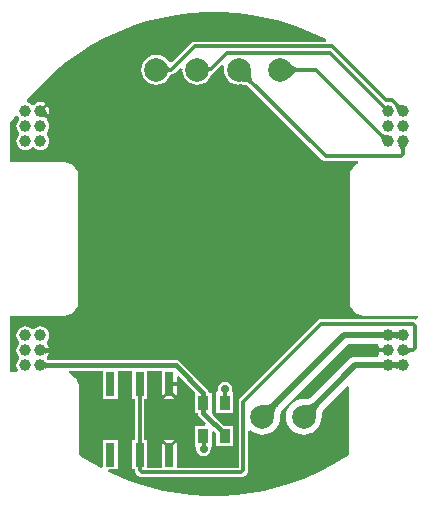
<source format=gtl>
G04*
G04 #@! TF.GenerationSoftware,Altium Limited,Altium Designer,20.1.8 (145)*
G04*
G04 Layer_Physical_Order=1*
G04 Layer_Color=255*
%FSLAX25Y25*%
%MOIN*%
G70*
G04*
G04 #@! TF.SameCoordinates,8766D331-E9FB-46AF-A3FE-A3E5BE2B0BC4*
G04*
G04*
G04 #@! TF.FilePolarity,Positive*
G04*
G01*
G75*
%ADD10C,0.01181*%
%ADD13C,0.01575*%
%ADD18R,0.02992X0.07874*%
%ADD19R,0.03543X0.04724*%
%ADD20C,0.01968*%
%ADD21C,0.03937*%
%ADD22C,0.07874*%
%ADD23C,0.02756*%
G36*
X422699Y464431D02*
X427723Y463799D01*
X432698Y462854D01*
X437604Y461599D01*
X442422Y460038D01*
X447132Y458179D01*
X451717Y456028D01*
X452530Y455581D01*
X452335Y454819D01*
X408689D01*
X408068Y454695D01*
X407542Y454344D01*
X401071Y447872D01*
X400230Y447971D01*
X400126Y448041D01*
X399383Y449009D01*
X398352Y449801D01*
X397151Y450298D01*
X395862Y450468D01*
X394573Y450298D01*
X393372Y449801D01*
X392341Y449009D01*
X391550Y447978D01*
X391052Y446777D01*
X390883Y445488D01*
X391052Y444199D01*
X391550Y442998D01*
X392341Y441967D01*
X393372Y441176D01*
X394573Y440678D01*
X395862Y440509D01*
X397151Y440678D01*
X398352Y441176D01*
X399383Y441967D01*
X400175Y442998D01*
X400437Y443632D01*
X400480Y443692D01*
X400518Y443777D01*
X400525Y443788D01*
X400528Y443792D01*
X400534Y443796D01*
X400549Y443806D01*
X400582Y443822D01*
X400640Y443841D01*
X400725Y443859D01*
X400789Y443866D01*
X400980D01*
X401601Y443990D01*
X402127Y444342D01*
X403958Y446173D01*
X404704Y445805D01*
X404662Y445488D01*
X404832Y444199D01*
X405329Y442998D01*
X406121Y441967D01*
X407152Y441176D01*
X408353Y440678D01*
X409642Y440509D01*
X410931Y440678D01*
X412132Y441176D01*
X413163Y441967D01*
X413954Y442998D01*
X414416Y444112D01*
X414790Y444187D01*
X415316Y444538D01*
X417739Y446961D01*
X418545Y446774D01*
X418603Y446711D01*
X418442Y445488D01*
X418611Y444199D01*
X419109Y442998D01*
X419900Y441967D01*
X420931Y441176D01*
X422132Y440678D01*
X423421Y440509D01*
X423591Y440531D01*
X424011Y440528D01*
X424992Y440467D01*
X425386Y440415D01*
X425740Y440346D01*
X426040Y440266D01*
X426286Y440178D01*
X426476Y440088D01*
X426612Y440002D01*
X426623Y439993D01*
X451212Y415405D01*
X451738Y415053D01*
X452358Y414929D01*
X463108D01*
X463265Y414142D01*
X463104Y414076D01*
X463021Y414020D01*
X462928Y413981D01*
X462286Y413553D01*
X462215Y413482D01*
X462132Y413426D01*
X461586Y412880D01*
X461530Y412796D01*
X461459Y412725D01*
X461030Y412084D01*
X460992Y411991D01*
X460936Y411907D01*
X460641Y411194D01*
X460621Y411096D01*
X460583Y411003D01*
X460432Y410246D01*
Y410171D01*
X460414Y410097D01*
X460395Y409711D01*
X460399Y409686D01*
X460394Y409661D01*
Y368323D01*
X460399Y368298D01*
X460395Y368273D01*
X460414Y367887D01*
X460432Y367814D01*
Y367738D01*
X460583Y366981D01*
X460621Y366888D01*
X460641Y366790D01*
X460936Y366077D01*
X460992Y365993D01*
X461030Y365900D01*
X461459Y365259D01*
X461530Y365188D01*
X461586Y365104D01*
X462132Y364559D01*
X462215Y364503D01*
X462286Y364432D01*
X462928Y364003D01*
X463021Y363965D01*
X463104Y363909D01*
X463817Y363613D01*
X463916Y363594D01*
X464009Y363555D01*
X464766Y363405D01*
X464841D01*
X464915Y363387D01*
X465300Y363368D01*
X465325Y363371D01*
X465350Y363366D01*
X483032D01*
Y362559D01*
X482244Y362185D01*
X482011Y362341D01*
X481391Y362464D01*
X450980D01*
X450360Y362341D01*
X449834Y361989D01*
X423849Y336005D01*
X423498Y335479D01*
X423374Y334858D01*
Y312858D01*
X402689D01*
Y321372D01*
X400547Y319229D01*
X400193Y319583D01*
X399839Y319229D01*
X397697Y321372D01*
Y312858D01*
X392846D01*
Y322079D01*
X391972D01*
Y335827D01*
X392846D01*
Y345058D01*
X397697D01*
Y336534D01*
X399839Y338676D01*
X400193Y338323D01*
X400547Y338676D01*
X402689Y336534D01*
Y343143D01*
X403416Y343444D01*
X408431Y338429D01*
X408839Y337827D01*
X408839D01*
X408839Y337827D01*
Y331102D01*
X409791D01*
X409927Y330421D01*
X410322Y329830D01*
X412620Y327531D01*
X412319Y326803D01*
X408839D01*
Y320079D01*
X408839D01*
X409326Y319291D01*
X409285Y319088D01*
X409470Y318160D01*
X409995Y317373D01*
X410782Y316848D01*
X411710Y316663D01*
X412638Y316848D01*
X413424Y317373D01*
X413950Y318160D01*
X414134Y319088D01*
X414094Y319291D01*
X414382Y320079D01*
X414382D01*
Y324740D01*
X415109Y325042D01*
X415925Y324226D01*
Y320079D01*
X421468D01*
Y326803D01*
X418503D01*
X414799Y330506D01*
X414382Y331102D01*
X414382D01*
X414382Y331102D01*
Y337827D01*
X413433D01*
Y337827D01*
X413294Y338525D01*
X412899Y339116D01*
X412899Y339116D01*
X403846Y348169D01*
X403254Y348565D01*
X402557Y348703D01*
X402557Y348703D01*
X360015D01*
X360011Y348704D01*
X359905Y348721D01*
X359810Y348744D01*
X359726Y348772D01*
X359652Y348803D01*
X359586Y348838D01*
X359525Y348877D01*
X359457Y349010D01*
X359396Y349545D01*
Y349764D01*
X359871Y350384D01*
X360171Y351106D01*
X360194Y351284D01*
X360162Y351282D01*
X359989Y351259D01*
X359818Y351219D01*
X359650Y351164D01*
X359483Y351093D01*
X359319Y351007D01*
X359157Y350904D01*
X358997Y350786D01*
X358840Y350653D01*
X358684Y350503D01*
Y353259D01*
X358840Y353109D01*
X358997Y352975D01*
X359157Y352857D01*
X359319Y352755D01*
X359483Y352668D01*
X359650Y352597D01*
X359818Y352542D01*
X359989Y352503D01*
X360162Y352479D01*
X360194Y352478D01*
X360171Y352656D01*
X359871Y353378D01*
X359396Y353998D01*
Y354764D01*
X359871Y355384D01*
X360171Y356106D01*
X360273Y356881D01*
X360171Y357656D01*
X359871Y358378D01*
X359396Y358998D01*
X358775Y359474D01*
X358053Y359773D01*
X357278Y359875D01*
X356503Y359773D01*
X355781Y359474D01*
X355161Y358998D01*
X354396D01*
X353775Y359474D01*
X353053Y359773D01*
X352278Y359875D01*
X351503Y359773D01*
X350781Y359474D01*
X350161Y358998D01*
X349685Y358378D01*
X349386Y357656D01*
X349284Y356881D01*
X349386Y356106D01*
X349685Y355384D01*
X350161Y354764D01*
Y353998D01*
X349685Y353378D01*
X349386Y352656D01*
X349284Y351881D01*
X349386Y351106D01*
X349685Y350384D01*
X350161Y349764D01*
Y348998D01*
X349685Y348378D01*
X349386Y347656D01*
X349284Y346881D01*
X349386Y346106D01*
X349685Y345384D01*
X349705Y345358D01*
X349317Y344570D01*
X347230D01*
Y363366D01*
X364957D01*
X364982Y363371D01*
X365007Y363368D01*
X365393Y363387D01*
X365466Y363405D01*
X365542D01*
X366298Y363555D01*
X366391Y363594D01*
X366490Y363613D01*
X367203Y363909D01*
X367286Y363965D01*
X367379Y364003D01*
X368021Y364432D01*
X368092Y364503D01*
X368175Y364559D01*
X368721Y365104D01*
X368777Y365188D01*
X368848Y365259D01*
X369276Y365900D01*
X369315Y365993D01*
X369371Y366077D01*
X369666Y366790D01*
X369686Y366888D01*
X369724Y366981D01*
X369875Y367738D01*
Y367814D01*
X369893Y367887D01*
X369912Y368273D01*
X369908Y368298D01*
X369913Y368323D01*
Y409661D01*
X369908Y409686D01*
X369912Y409712D01*
X369893Y410097D01*
X369875Y410171D01*
Y410246D01*
X369724Y411003D01*
X369686Y411096D01*
X369666Y411194D01*
X369371Y411907D01*
X369315Y411991D01*
X369276Y412084D01*
X368848Y412725D01*
X368777Y412796D01*
X368721Y412880D01*
X368175Y413426D01*
X368092Y413482D01*
X368021Y413553D01*
X367379Y413981D01*
X367286Y414020D01*
X367203Y414076D01*
X366490Y414371D01*
X366391Y414390D01*
X366298Y414429D01*
X365542Y414579D01*
X365466D01*
X365393Y414598D01*
X365007Y414617D01*
X364982Y414613D01*
X364957Y414618D01*
X347230D01*
Y427601D01*
X348431Y429487D01*
X348934Y430180D01*
X349802Y430034D01*
X350161Y429567D01*
Y428801D01*
X349685Y428181D01*
X349386Y427459D01*
X349284Y426684D01*
X349386Y425909D01*
X349685Y425187D01*
X350161Y424567D01*
Y423801D01*
X349685Y423181D01*
X349386Y422459D01*
X349284Y421684D01*
X349386Y420909D01*
X349685Y420187D01*
X350161Y419567D01*
X350781Y419091D01*
X351503Y418792D01*
X352278Y418690D01*
X353053Y418792D01*
X353775Y419091D01*
X354396Y419567D01*
X355161D01*
X355781Y419091D01*
X356503Y418792D01*
X357278Y418690D01*
X358053Y418792D01*
X358775Y419091D01*
X359396Y419567D01*
X359871Y420187D01*
X360171Y420909D01*
X360273Y421684D01*
X360171Y422459D01*
X359871Y423181D01*
X359396Y423801D01*
Y424567D01*
X359871Y425187D01*
X360171Y425909D01*
X360273Y426684D01*
X360171Y427459D01*
X359871Y428181D01*
X359396Y428801D01*
Y429421D01*
X359282Y429265D01*
X359149Y429386D01*
X359008Y429490D01*
X358859Y429579D01*
X358702Y429651D01*
X358537Y429707D01*
X358365Y429746D01*
X358184Y429769D01*
X357995Y429776D01*
X357799Y429767D01*
X357594Y429741D01*
X359227Y431961D01*
X359264Y431740D01*
X359363Y431330D01*
X359426Y431141D01*
X359497Y430963D01*
X359577Y430796D01*
X359665Y430639D01*
X359763Y430493D01*
X359869Y430358D01*
X359919Y430303D01*
X360171Y430909D01*
X360273Y431684D01*
X360171Y432459D01*
X359871Y433181D01*
X359702Y433401D01*
X357632Y431330D01*
X356925Y432038D01*
X358995Y434108D01*
X358775Y434277D01*
X358053Y434576D01*
X357278Y434678D01*
X356503Y434576D01*
X355781Y434277D01*
X355161Y433801D01*
X354396D01*
X353775Y434277D01*
X353204Y434514D01*
X352836Y435304D01*
X354641Y437482D01*
X358109Y441172D01*
X361802Y444637D01*
X365705Y447863D01*
X369803Y450839D01*
X374079Y453551D01*
X378517Y455990D01*
X383100Y458146D01*
X387808Y460010D01*
X392624Y461576D01*
X397529Y462836D01*
X402503Y463786D01*
X407527Y464423D01*
X412580Y464743D01*
X417645Y464746D01*
X422699Y464431D01*
D02*
G37*
G36*
X413488Y446357D02*
X413513Y446340D01*
X413549Y446325D01*
X413599Y446312D01*
X413662Y446301D01*
X413738Y446292D01*
X413928Y446280D01*
X414169Y446276D01*
Y445094D01*
X414053Y445093D01*
X413709Y445068D01*
X413653Y445056D01*
X413609Y445042D01*
X413576Y445026D01*
X413555Y445008D01*
X413547Y444988D01*
X413477Y446376D01*
X413488Y446357D01*
D02*
G37*
G36*
X399618Y446716D02*
X399701Y446583D01*
X399802Y446465D01*
X399920Y446362D01*
X400055Y446276D01*
X400206Y446205D01*
X400375Y446150D01*
X400560Y446110D01*
X400762Y446087D01*
X400980Y446079D01*
Y444898D01*
X400762Y444890D01*
X400560Y444866D01*
X400375Y444827D01*
X400206Y444772D01*
X400055Y444701D01*
X399920Y444614D01*
X399802Y444512D01*
X399701Y444394D01*
X399618Y444260D01*
X399550Y444110D01*
Y446866D01*
X399618Y446716D01*
D02*
G37*
G36*
X440429Y447833D02*
X441214Y447140D01*
X441582Y446858D01*
X441934Y446620D01*
X442271Y446425D01*
X442591Y446274D01*
X442895Y446165D01*
X443183Y446100D01*
X443456Y446079D01*
Y444898D01*
X443183Y444876D01*
X442895Y444811D01*
X442591Y444703D01*
X442271Y444551D01*
X441934Y444356D01*
X441582Y444118D01*
X441214Y443837D01*
X440429Y443144D01*
X440012Y442732D01*
Y448244D01*
X440429Y447833D01*
D02*
G37*
G36*
X427362Y444863D02*
X427427Y443819D01*
X427488Y443359D01*
X427569Y442941D01*
X427669Y442566D01*
X427788Y442232D01*
X427927Y441940D01*
X428084Y441691D01*
X428262Y441483D01*
X427426Y440648D01*
X427219Y440825D01*
X426969Y440983D01*
X426677Y441121D01*
X426344Y441241D01*
X425968Y441341D01*
X425551Y441421D01*
X425091Y441483D01*
X424046Y441548D01*
X423461Y441551D01*
X427358Y445449D01*
X427362Y444863D01*
D02*
G37*
G36*
X476432Y434158D02*
X476571Y434052D01*
X476719Y433959D01*
X476877Y433878D01*
X477045Y433809D01*
X477223Y433753D01*
X477410Y433709D01*
X477607Y433678D01*
X477814Y433659D01*
X478030Y433652D01*
X476058Y431727D01*
X476057Y431942D01*
X476042Y432148D01*
X476014Y432344D01*
X475974Y432530D01*
X475920Y432708D01*
X475854Y432875D01*
X475774Y433033D01*
X475681Y433182D01*
X475576Y433321D01*
X475457Y433451D01*
X476303Y434276D01*
X476432Y434158D01*
D02*
G37*
G36*
X471389Y424134D02*
X471528Y424029D01*
X471677Y423936D01*
X471835Y423857D01*
X472003Y423790D01*
X472180Y423737D01*
X472367Y423696D01*
X472563Y423668D01*
X472768Y423654D01*
X472983Y423652D01*
X471058Y421680D01*
X471051Y421897D01*
X471032Y422103D01*
X471001Y422300D01*
X470957Y422487D01*
X470901Y422665D01*
X470832Y422833D01*
X470751Y422991D01*
X470658Y423139D01*
X470553Y423278D01*
X470435Y423407D01*
X471259Y424253D01*
X471389Y424134D01*
D02*
G37*
G36*
X479255Y420123D02*
X479121Y419965D01*
X479003Y419805D01*
X478900Y419643D01*
X478814Y419479D01*
X478743Y419313D01*
X478688Y419144D01*
X478648Y418973D01*
X478625Y418800D01*
X478617Y418625D01*
X477436D01*
X477428Y418800D01*
X477404Y418973D01*
X477365Y419144D01*
X477310Y419313D01*
X477239Y419479D01*
X477152Y419643D01*
X477050Y419805D01*
X476932Y419965D01*
X476798Y420123D01*
X476648Y420278D01*
X479404D01*
X479255Y420123D01*
D02*
G37*
G36*
X476621Y355503D02*
X476536Y355578D01*
X476438Y355645D01*
X476325Y355704D01*
X476199Y355755D01*
X476058Y355798D01*
X475903Y355834D01*
X475733Y355861D01*
X475550Y355881D01*
X475140Y355897D01*
Y357865D01*
X475352Y357869D01*
X475733Y357901D01*
X475903Y357928D01*
X476058Y357963D01*
X476199Y358007D01*
X476325Y358058D01*
X476438Y358117D01*
X476536Y358184D01*
X476621Y358259D01*
Y355503D01*
D02*
G37*
G36*
X479588Y353109D02*
X479745Y352975D01*
X479905Y352857D01*
X480067Y352755D01*
X480231Y352668D01*
X480398Y352597D01*
X480566Y352542D01*
X480737Y352503D01*
X480910Y352479D01*
X481085Y352471D01*
Y351290D01*
X480910Y351282D01*
X480737Y351259D01*
X480566Y351219D01*
X480398Y351164D01*
X480231Y351093D01*
X480067Y351007D01*
X479905Y350904D01*
X479745Y350786D01*
X479588Y350653D01*
X479432Y350503D01*
Y353259D01*
X479588Y353109D01*
D02*
G37*
G36*
X469999Y353765D02*
X470325Y353115D01*
X470134Y352656D01*
X470032Y351881D01*
X470134Y351106D01*
X470325Y350646D01*
X469999Y349997D01*
X469843Y349859D01*
X462216D01*
X462216Y349859D01*
X461445Y349758D01*
X460726Y349460D01*
X460110Y348987D01*
X460110Y348987D01*
X447440Y336317D01*
X447404Y336296D01*
X447241Y336149D01*
X447140Y336076D01*
X447014Y336003D01*
X446857Y335932D01*
X446666Y335864D01*
X446437Y335803D01*
X446198Y335757D01*
X445488Y335689D01*
X445086Y335684D01*
X445012Y335668D01*
X443917Y335560D01*
X442804Y335223D01*
X441778Y334674D01*
X440879Y333936D01*
X440141Y333037D01*
X439592Y332011D01*
X439255Y330898D01*
X439141Y329740D01*
X439255Y328583D01*
X439592Y327469D01*
X440141Y326443D01*
X440879Y325544D01*
X441778Y324806D01*
X442804Y324258D01*
X443917Y323920D01*
X445075Y323806D01*
X446233Y323920D01*
X447346Y324258D01*
X448372Y324806D01*
X449271Y325544D01*
X450009Y326443D01*
X450557Y327469D01*
X450895Y328583D01*
X451003Y329677D01*
X451018Y329751D01*
X451024Y330182D01*
X451048Y330527D01*
X451086Y330834D01*
X451137Y331102D01*
X451198Y331331D01*
X451267Y331523D01*
X451338Y331679D01*
X451411Y331805D01*
X451484Y331906D01*
X451631Y332070D01*
X451651Y332105D01*
X459422Y339875D01*
X460031Y339685D01*
X460197Y339537D01*
Y317129D01*
X458623Y316068D01*
X454470Y313585D01*
X450178Y311357D01*
X445760Y309390D01*
X441232Y307691D01*
X436611Y306266D01*
X431913Y305120D01*
X427154Y304258D01*
X422353Y303683D01*
X417526Y303396D01*
X412690Y303399D01*
X407863Y303691D01*
X403062Y304272D01*
X398305Y305140D01*
X393608Y306290D01*
X388988Y307720D01*
X384462Y309424D01*
X380047Y311397D01*
X379964Y311440D01*
X380151Y312205D01*
X383004D01*
Y322079D01*
X378012D01*
Y313215D01*
X377339Y312806D01*
X375757Y313630D01*
X371609Y316115D01*
X370058Y317177D01*
X370065Y339614D01*
X370060Y339639D01*
X370064Y339664D01*
X370045Y340050D01*
X370026Y340123D01*
Y340199D01*
X369876Y340956D01*
X369837Y341048D01*
X369818Y341147D01*
X369523Y341860D01*
X369467Y341943D01*
X369428Y342036D01*
X369000Y342678D01*
X368929Y342749D01*
X368873Y342832D01*
X368327Y343378D01*
X368244Y343434D01*
X368173Y343505D01*
X367531Y343934D01*
X367438Y343972D01*
X367354Y344028D01*
X366705Y344297D01*
X366853Y345051D01*
X366856Y345058D01*
X378012D01*
Y335827D01*
X383004D01*
Y345058D01*
X387854D01*
Y335827D01*
X388729D01*
Y322079D01*
X387854D01*
Y312205D01*
X388729D01*
Y311928D01*
X388852Y311308D01*
X389204Y310781D01*
X389896Y310089D01*
X390422Y309738D01*
X391042Y309614D01*
X424304D01*
X424925Y309738D01*
X425451Y310089D01*
X426143Y310781D01*
X426494Y311308D01*
X426618Y311928D01*
Y324921D01*
X427405Y325293D01*
X427998Y324806D01*
X429024Y324258D01*
X430138Y323920D01*
X431295Y323806D01*
X432453Y323920D01*
X433566Y324258D01*
X434592Y324806D01*
X435491Y325544D01*
X436229Y326443D01*
X436778Y327469D01*
X437115Y328583D01*
X437223Y329677D01*
X437239Y329751D01*
X437245Y330182D01*
X437268Y330527D01*
X437306Y330834D01*
X437358Y331102D01*
X437419Y331331D01*
X437487Y331523D01*
X437559Y331679D01*
X437631Y331805D01*
X437704Y331906D01*
X437851Y332070D01*
X437872Y332105D01*
X459670Y353903D01*
X469843D01*
X469999Y353765D01*
D02*
G37*
G36*
X476621Y345503D02*
X476536Y345578D01*
X476438Y345645D01*
X476325Y345704D01*
X476199Y345755D01*
X476058Y345798D01*
X475903Y345834D01*
X475733Y345861D01*
X475550Y345881D01*
X475140Y345897D01*
Y347865D01*
X475352Y347869D01*
X475733Y347901D01*
X475903Y347928D01*
X476058Y347964D01*
X476199Y348007D01*
X476325Y348058D01*
X476438Y348117D01*
X476536Y348184D01*
X476621Y348259D01*
Y345503D01*
D02*
G37*
G36*
X358804Y348147D02*
X358933Y348046D01*
X359069Y347958D01*
X359215Y347881D01*
X359368Y347816D01*
X359531Y347763D01*
X359701Y347721D01*
X359880Y347692D01*
X360068Y347674D01*
X360264Y347668D01*
Y346093D01*
X360068Y346088D01*
X359880Y346070D01*
X359701Y346040D01*
X359531Y345999D01*
X359368Y345946D01*
X359215Y345881D01*
X359069Y345804D01*
X358933Y345715D01*
X358804Y345615D01*
X358684Y345503D01*
Y348259D01*
X358804Y348147D01*
D02*
G37*
G36*
X450137Y333410D02*
X449918Y333167D01*
X449724Y332897D01*
X449552Y332600D01*
X449405Y332277D01*
X449281Y331927D01*
X449180Y331551D01*
X449102Y331148D01*
X449049Y330719D01*
X449018Y330262D01*
X449012Y329780D01*
X445114Y333677D01*
X445597Y333684D01*
X446483Y333768D01*
X446886Y333845D01*
X447262Y333946D01*
X447612Y334070D01*
X447935Y334218D01*
X448232Y334389D01*
X448501Y334584D01*
X448745Y334802D01*
X450137Y333410D01*
D02*
G37*
G36*
X436357D02*
X436139Y333167D01*
X435944Y332897D01*
X435773Y332600D01*
X435625Y332277D01*
X435501Y331927D01*
X435400Y331551D01*
X435323Y331148D01*
X435269Y330719D01*
X435239Y330262D01*
X435232Y329780D01*
X431335Y333677D01*
X431817Y333684D01*
X432703Y333768D01*
X433106Y333845D01*
X433483Y333946D01*
X433832Y334070D01*
X434156Y334218D01*
X434452Y334389D01*
X434722Y334584D01*
X434965Y334802D01*
X436357Y333410D01*
D02*
G37*
G36*
X412303Y320692D02*
X412322Y320464D01*
X412338Y320362D01*
X412359Y320269D01*
X412385Y320184D01*
X412416Y320109D01*
X412452Y320041D01*
X412492Y319982D01*
X412537Y319931D01*
X410883D01*
X410928Y319982D01*
X410968Y320041D01*
X411003Y320109D01*
X411034Y320184D01*
X411060Y320269D01*
X411082Y320362D01*
X411098Y320464D01*
X411110Y320574D01*
X411119Y320819D01*
X412300D01*
X412303Y320692D01*
D02*
G37*
%LPC*%
G36*
X418893Y341439D02*
X417965Y341254D01*
X417179Y340728D01*
X416653Y339942D01*
X416469Y339014D01*
X416548Y338614D01*
X415952Y337827D01*
X415925D01*
Y331102D01*
X421468D01*
Y337827D01*
X421468D01*
X421238Y338614D01*
X421318Y339014D01*
X421133Y339942D01*
X420608Y340728D01*
X419821Y341254D01*
X418893Y341439D01*
D02*
G37*
G36*
X400193Y337616D02*
X398404Y335827D01*
X401982D01*
X400193Y337616D01*
D02*
G37*
G36*
X401982Y322079D02*
X398404D01*
X400193Y320290D01*
X401982Y322079D01*
D02*
G37*
%LPD*%
G36*
X419675Y338120D02*
X419635Y338061D01*
X419599Y337993D01*
X419569Y337917D01*
X419543Y337833D01*
X419522Y337740D01*
X419505Y337638D01*
X419493Y337528D01*
X419484Y337282D01*
X418303D01*
X418300Y337409D01*
X418281Y337638D01*
X418265Y337740D01*
X418244Y337833D01*
X418218Y337917D01*
X418187Y337993D01*
X418152Y338061D01*
X418111Y338120D01*
X418066Y338171D01*
X419720D01*
X419675Y338120D01*
D02*
G37*
D10*
X400193Y340764D02*
X405311D01*
X390350Y311928D02*
Y340764D01*
X418893Y335056D02*
Y339014D01*
Y335056D02*
X419091Y334858D01*
X418697Y334465D02*
X419091Y334858D01*
X411710Y319088D02*
Y322554D01*
X411216Y323047D02*
X411710Y322554D01*
X411216Y323047D02*
X411610Y323441D01*
X424304Y311236D02*
X424996Y311928D01*
X390350D02*
X391042Y311236D01*
X424304D01*
X424996Y311928D02*
Y334858D01*
X450980Y360842D01*
X481391D01*
X419500Y451016D02*
X453695D01*
X409642Y445488D02*
X409839Y445685D01*
X414169D01*
X419500Y451016D01*
X400980Y445488D02*
X408689Y453197D01*
X395862Y445488D02*
X400980D01*
X408689Y453197D02*
X454598D01*
X474501Y435243D02*
X478026Y431717D01*
Y431684D02*
Y431717D01*
X454598Y453197D02*
X472552Y435243D01*
X474501D01*
X453695Y451016D02*
X473026Y431684D01*
X437201Y445488D02*
X449189D01*
X472993Y421684D01*
X473026D01*
X361714Y351881D02*
X362988Y350606D01*
X357278Y351881D02*
X361714D01*
X472999Y351908D02*
X473026Y351881D01*
X468970Y351908D02*
X472999D01*
X357698Y431684D02*
X360035Y429347D01*
X357278Y431684D02*
X357698D01*
X478026Y417243D02*
Y421684D01*
X452358Y416551D02*
X477334D01*
X478026Y417243D01*
X423421Y445488D02*
X452358Y416551D01*
X482083Y352573D02*
Y360151D01*
X478026Y351881D02*
X481391D01*
X482083Y352573D01*
X481391Y360842D02*
X482083Y360151D01*
D13*
X402557Y346881D02*
X411610Y337827D01*
X357278Y346881D02*
X402557D01*
X411610Y331118D02*
Y337827D01*
X418697Y323441D02*
Y324031D01*
X411610Y331118D02*
X418697Y324031D01*
D18*
X380508Y340764D02*
D03*
X390350D02*
D03*
X400193D02*
D03*
Y317142D02*
D03*
X390350D02*
D03*
X380508D02*
D03*
D19*
X418697Y334465D02*
D03*
X411610D02*
D03*
Y323441D02*
D03*
X418697D02*
D03*
D20*
X458436Y356881D02*
X473026D01*
X431295Y329740D02*
X458436Y356881D01*
X462216Y346881D02*
X473026D01*
Y356881D02*
X478026D01*
X473026Y346881D02*
X478026D01*
X445075Y329740D02*
X462216Y346881D01*
D21*
X473026Y431684D02*
D03*
X478026D02*
D03*
X473026Y426684D02*
D03*
X478026D02*
D03*
X473026Y421684D02*
D03*
X478026D02*
D03*
X352278Y431684D02*
D03*
X357278D02*
D03*
X352278Y426684D02*
D03*
X357278D02*
D03*
X352278Y421684D02*
D03*
X357278D02*
D03*
X473026Y356881D02*
D03*
X478026D02*
D03*
X473026Y351881D02*
D03*
X478026D02*
D03*
X473026Y346881D02*
D03*
X478026D02*
D03*
X357278D02*
D03*
X352278D02*
D03*
X357278Y351881D02*
D03*
X352278D02*
D03*
X357278Y356881D02*
D03*
X352278D02*
D03*
D22*
X395862Y445488D02*
D03*
X409642D02*
D03*
X423421D02*
D03*
X437201D02*
D03*
X431295Y329740D02*
D03*
X445075D02*
D03*
D23*
X418893Y339014D02*
D03*
X411710Y319088D02*
D03*
M02*

</source>
